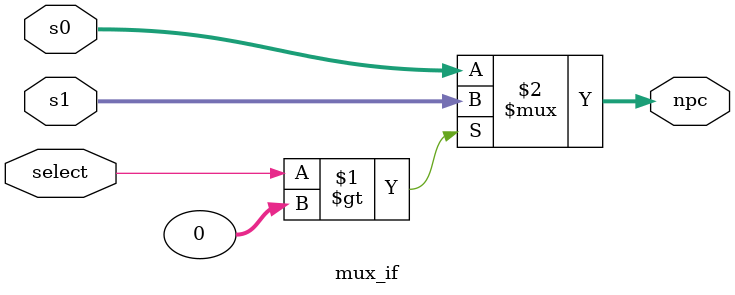
<source format=v>
`timescale 1ns / 1ps


module mux_if(
    input [31:0] s0,
    input [31:0] s1,
    input select,
    output [31:0] npc
    );
    assign npc = select > 0 ? s1 : s0;
    
endmodule

</source>
